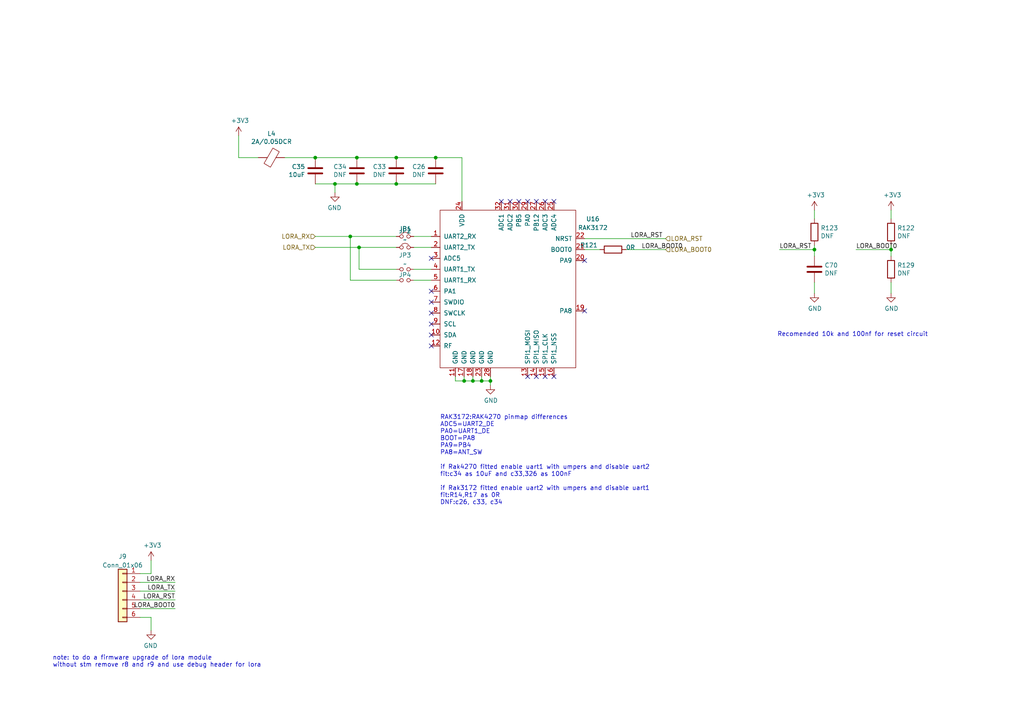
<source format=kicad_sch>
(kicad_sch (version 20211123) (generator eeschema)
  (paper "A4")
  (title_block (title "Open Smart Monitor") (date "2022-07-01") (rev "C") (company "Devtank LTD") (comment 1 "Part No: 304-010"))
  (lib_symbols
    (symbol "Connector:Conn_01x06" (pin_names (offset 1.016) hide)
      (property "Reference" "J" (at 0 7.62 0))
      (property "Value" "Conn_01x06" (at 0 -10.16 0))
      (symbol "Conn_01x06_1_1"
        (rectangle (start -1.27 -7.493) (end 0 -7.747) (stroke (width 0.1524)))
        (rectangle (start -1.27 -4.953) (end 0 -5.207) (stroke (width 0.1524)))
        (rectangle (start -1.27 -2.413) (end 0 -2.667) (stroke (width 0.1524)))
        (rectangle (start -1.27 0.127) (end 0 -0.127) (stroke (width 0.1524)))
        (rectangle (start -1.27 2.667) (end 0 2.413) (stroke (width 0.1524)))
        (rectangle (start -1.27 5.207) (end 0 4.953) (stroke (width 0.1524)))
        (rectangle (start -1.27 6.35) (end 1.27 -8.89) (stroke (width 0.254)) (fill (type background)))
        (pin passive line (at -5.08 5.08 0) (length 3.81) (name "Pin_1") (number "1"))
        (pin passive line (at -5.08 2.54 0) (length 3.81) (name "Pin_2") (number "2"))
        (pin passive line (at -5.08 0 0) (length 3.81) (name "Pin_3") (number "3"))
        (pin passive line (at -5.08 -2.54 0) (length 3.81) (name "Pin_4") (number "4"))
        (pin passive line (at -5.08 -5.08 0) (length 3.81) (name "Pin_5") (number "5"))
        (pin passive line (at -5.08 -7.62 0) (length 3.81) (name "Pin_6") (number "6"))
      )
    )
    (symbol "Devtank:RAK3172" (pin_names (offset 1.016))
      (property "Reference" "U" (at -24.765 25.4 0))
      (property "Value" "RAK3172" (at -20.955 23.495 0))
      (symbol "RAK3172_0_1"
        (rectangle (start -19.685 22.225) (end 19.685 -23.495))
      )
      (symbol "RAK3172_1_1"
        (pin input line (at -22.225 14.605 0) (length 2.54) (name "UART2_RX") (number "1"))
        (pin input line (at -22.225 -13.97 0) (length 2.54) (name "SDA") (number "10"))
        (pin input line (at -15.24 -26.035 90) (length 2.54) (name "GND") (number "11"))
        (pin input line (at -22.225 -17.145 0) (length 2.54) (name "RF") (number "12"))
        (pin input line (at 5.715 -26.035 90) (length 2.54) (name "SPI1_MOSI") (number "13"))
        (pin input line (at 8.255 -26.035 90) (length 2.54) (name "SPI1_MISO") (number "14"))
        (pin input line (at 10.795 -26.035 90) (length 2.54) (name "SPI1_CLK") (number "15"))
        (pin input line (at 13.335 -26.035 90) (length 2.54) (name "SPI1_NSS") (number "16"))
        (pin input line (at -12.7 -26.035 90) (length 2.54) (name "GND") (number "17"))
        (pin input line (at -10.16 -26.035 90) (length 2.54) (name "GND") (number "18"))
        (pin input line (at 22.225 -6.985 180) (length 2.54) (name "PA8") (number "19"))
        (pin input line (at -22.225 11.43 0) (length 2.54) (name "UART2_TX") (number "2"))
        (pin input line (at 22.225 7.62 180) (length 2.54) (name "PA9") (number "20"))
        (pin input line (at 22.225 10.795 180) (length 2.54) (name "BOOT0") (number "21"))
        (pin input line (at 22.225 13.97 180) (length 2.54) (name "NRST") (number "22"))
        (pin input line (at -7.62 -26.035 90) (length 2.54) (name "GND") (number "23"))
        (pin input line (at -13.335 24.765 270) (length 2.54) (name "VDD") (number "24"))
        (pin input line (at 13.335 24.765 270) (length 2.54) (name "ADC4") (number "25"))
        (pin input line (at 10.795 24.765 270) (length 2.54) (name "ADC3") (number "26"))
        (pin input line (at 8.255 24.765 270) (length 2.54) (name "PB12") (number "27"))
        (pin input line (at -5.08 -26.035 90) (length 2.54) (name "GND") (number "28"))
        (pin input line (at 5.715 24.765 270) (length 2.54) (name "PA0") (number "29"))
        (pin input line (at -22.225 8.255 0) (length 2.54) (name "ADC5") (number "3"))
        (pin input line (at 3.175 24.765 270) (length 2.54) (name "PB5") (number "30"))
        (pin input line (at 0.635 24.765 270) (length 2.54) (name "ADC2") (number "31"))
        (pin input line (at -1.905 24.765 270) (length 2.54) (name "ADC1") (number "32"))
        (pin input line (at -22.225 5.08 0) (length 2.54) (name "UART1_TX") (number "4"))
        (pin input line (at -22.225 1.905 0) (length 2.54) (name "UART1_RX") (number "5"))
        (pin input line (at -22.225 -1.27 0) (length 2.54) (name "PA1") (number "6"))
        (pin input line (at -22.225 -4.445 0) (length 2.54) (name "SWDIO") (number "7"))
        (pin input line (at -22.225 -7.62 0) (length 2.54) (name "SWCLK") (number "8"))
        (pin input line (at -22.225 -10.795 0) (length 2.54) (name "SCL") (number "9"))
      )
    )
    (symbol "OSM_env01:GND" (power) (pin_names (offset 0))
      (property "Value" "GND" (at 0 -3.81 0))
      (symbol "GND_0_1"
        (polyline (pts (xy 0 0) (xy 0 -1.27) (xy 1.27 -1.27) (xy 0 -2.54) (xy -1.27 -1.27) (xy 0 -1.27)))
      )
      (symbol "GND_1_1"
        (pin power_in line (at 0 0 270) (length 0) hide (name "GND") (number "1"))
      )
    )
    (symbol "device:C" (pin_numbers hide) (pin_names (offset 0.254))
      (property "Reference" "C" (at 0.635 2.54 0))
      (property "Value" "C" (at 0.635 -2.54 0))
      (symbol "C_0_1"
        (polyline (pts (xy -2.032 -0.762) (xy 2.032 -0.762)) (stroke (width 0.508)))
        (polyline (pts (xy -2.032 0.762) (xy 2.032 0.762)) (stroke (width 0.508)))
      )
      (symbol "C_1_1"
        (pin passive line (at 0 3.81 270) (length 2.794) (name "~") (number "1"))
        (pin passive line (at 0 -3.81 90) (length 2.794) (name "~") (number "2"))
      )
    )
    (symbol "device:Ferrite_Bead" (pin_numbers hide) (pin_names (offset 0))
      (property "Reference" "L" (at -3.81 0.635 90))
      (property "Value" "Ferrite_Bead" (at 3.81 0 90))
      (symbol "Ferrite_Bead_0_1"
        (polyline (pts (xy 0 -1.27) (xy 0 -1.2192)))
        (polyline (pts (xy 0 1.27) (xy 0 1.2954)))
        (polyline (pts (xy -2.7686 0.4064) (xy -1.7018 2.2606) (xy 2.7686 -0.3048) (xy 1.6764 -2.159) (xy -2.7686 0.4064)))
      )
      (symbol "Ferrite_Bead_1_1"
        (pin passive line (at 0 3.81 270) (length 2.54) (name "~") (number "1"))
        (pin passive line (at 0 -3.81 90) (length 2.54) (name "~") (number "2"))
      )
    )
    (symbol "device:Jumper_NC_Small" (pin_numbers hide) (pin_names (offset 0.762) hide)
      (property "Reference" "JP" (at 0 2.032 0))
      (property "Value" "Jumper_NC_Small" (at 0.254 -1.524 0))
      (symbol "Jumper_NC_Small_0_1"
        (circle (center -1.016 0) (radius 0.508))
        (circle (center 1.016 0) (radius 0.508))
        (arc (start 1.016 0.762) (mid 0 1.1828) (end -1.016 0.762))
        (pin passive line (at -2.54 0 0) (length 1.016) (name "1") (number "1"))
        (pin passive line (at 2.54 0 180) (length 1.016) (name "2") (number "2"))
      )
    )
    (symbol "device:Jumper_NO_Small" (pin_numbers hide) (pin_names (offset 0.762) hide)
      (property "Reference" "JP" (at 0 2.032 0))
      (property "Value" "Jumper_NO_Small" (at 0.254 -1.524 0))
      (symbol "Jumper_NO_Small_0_1"
        (circle (center -1.016 0) (radius 0.508))
        (circle (center 1.016 0) (radius 0.508))
        (pin passive line (at -2.54 0 0) (length 1.016) (name "1") (number "1"))
        (pin passive line (at 2.54 0 180) (length 1.016) (name "2") (number "2"))
      )
    )
    (symbol "device:R" (pin_numbers hide) (pin_names (offset 0))
      (property "Reference" "R" (at 2.032 0 90))
      (property "Value" "R" (at 0 0 90))
      (symbol "R_0_1"
        (rectangle (start -1.016 -2.54) (end 1.016 2.54) (stroke (width 0.254)))
      )
      (symbol "R_1_1"
        (pin passive line (at 0 3.81 270) (length 1.27) (name "~") (number "1"))
        (pin passive line (at 0 -3.81 90) (length 1.27) (name "~") (number "2"))
      )
    )
    (symbol "power:+3V3" (power) (pin_names (offset 0))
      (property "Value" "+3V3" (at 0 3.556 0))
      (symbol "+3V3_0_1"
        (polyline (pts (xy -0.762 1.27) (xy 0 2.54)))
        (polyline (pts (xy 0 0) (xy 0 2.54)))
        (polyline (pts (xy 0 2.54) (xy 0.762 1.27)))
      )
      (symbol "+3V3_1_1"
        (pin power_in line (at 0 0 90) (length 0) hide (name "+3V3") (number "1"))
      )
    )
    (symbol "power:GND" (power) (pin_names (offset 0))
      (property "Value" "GND" (at 0 -3.81 0))
      (symbol "GND_0_1"
        (polyline (pts (xy 0 0) (xy 0 -1.27) (xy 1.27 -1.27) (xy 0 -2.54) (xy -1.27 -1.27) (xy 0 -1.27)))
      )
      (symbol "GND_1_1"
        (pin power_in line (at 0 0 270) (length 0) hide (name "GND") (number "1"))
      )
    )
  )
  (junction (at 114.935 53.34))
  (junction (at 142.24 110.49))
  (junction (at 91.44 45.72))
  (junction (at 137.16 110.49))
  (junction (at 258.445 72.39))
  (junction (at 134.62 110.49))
  (junction (at 103.505 53.34))
  (junction (at 139.7 110.49))
  (junction (at 101.6 68.58))
  (junction (at 114.935 45.72))
  (junction (at 103.505 45.72))
  (junction (at 236.22 72.39))
  (junction (at 104.14 71.755))
  (junction (at 126.365 45.72))
  (junction (at 97.155 53.34))
  (no_connect (at 147.955 58.42))
  (no_connect (at 150.495 58.42))
  (no_connect (at 153.035 58.42))
  (no_connect (at 155.575 58.42))
  (no_connect (at 158.115 58.42))
  (no_connect (at 160.655 109.22))
  (no_connect (at 169.545 90.17))
  (no_connect (at 145.415 58.42))
  (no_connect (at 160.655 58.42))
  (no_connect (at 169.545 75.565))
  (no_connect (at 125.095 97.155))
  (no_connect (at 125.095 100.33))
  (no_connect (at 153.035 109.22))
  (no_connect (at 155.575 109.22))
  (no_connect (at 158.115 109.22))
  (no_connect (at 125.095 90.805))
  (no_connect (at 125.095 87.63))
  (no_connect (at 125.095 93.98))
  (no_connect (at 125.095 84.455))
  (no_connect (at 125.095 74.93))
  (wire (pts (xy 101.6 81.28) (xy 114.935 81.28)))
  (wire (pts (xy 43.815 166.37) (xy 43.815 162.56)))
  (wire (pts (xy 43.815 179.07) (xy 43.815 182.88)))
  (wire (pts (xy 69.215 39.37) (xy 69.215 45.72)))
  (wire (pts (xy 104.14 78.105) (xy 114.935 78.105)))
  (wire (pts (xy 126.365 45.72) (xy 133.985 45.72)))
  (wire (pts (xy 120.015 68.58) (xy 125.095 68.58)))
  (wire (pts (xy 104.14 71.755) (xy 104.14 78.105)))
  (wire (pts (xy 101.6 68.58) (xy 91.44 68.58)))
  (wire (pts (xy 120.015 81.28) (xy 125.095 81.28)))
  (wire (pts (xy 82.55 45.72) (xy 91.44 45.72)))
  (wire (pts (xy 50.8 173.99) (xy 40.64 173.99)))
  (wire (pts (xy 120.015 78.105) (xy 125.095 78.105)))
  (wire (pts (xy 181.61 72.39) (xy 193.04 72.39)))
  (wire (pts (xy 236.22 85.09) (xy 236.22 81.915)))
  (wire (pts (xy 114.935 45.72) (xy 103.505 45.72)))
  (wire (pts (xy 101.6 81.28) (xy 101.6 68.58)))
  (wire (pts (xy 40.64 168.91) (xy 50.8 168.91)))
  (wire (pts (xy 126.365 45.72) (xy 114.935 45.72)))
  (wire (pts (xy 133.985 58.42) (xy 133.985 45.72)))
  (wire (pts (xy 142.24 111.76) (xy 142.24 110.49)))
  (wire (pts (xy 104.14 71.755) (xy 114.935 71.755)))
  (wire (pts (xy 236.22 63.5) (xy 236.22 60.96)))
  (wire (pts (xy 126.365 53.34) (xy 114.935 53.34)))
  (wire (pts (xy 134.62 109.22) (xy 134.62 110.49)))
  (wire (pts (xy 114.935 53.34) (xy 103.505 53.34)))
  (wire (pts (xy 40.64 166.37) (xy 43.815 166.37)))
  (wire (pts (xy 137.16 109.22) (xy 137.16 110.49)))
  (wire (pts (xy 258.445 74.295) (xy 258.445 72.39)))
  (wire (pts (xy 139.7 110.49) (xy 139.7 109.22)))
  (wire (pts (xy 258.445 85.09) (xy 258.445 81.915)))
  (wire (pts (xy 142.24 110.49) (xy 139.7 110.49)))
  (wire (pts (xy 258.445 72.39) (xy 258.445 71.12)))
  (wire (pts (xy 132.08 110.49) (xy 132.08 109.22)))
  (wire (pts (xy 97.155 55.88) (xy 97.155 53.34)))
  (wire (pts (xy 40.64 176.53) (xy 50.8 176.53)))
  (wire (pts (xy 226.06 72.39) (xy 236.22 72.39)))
  (wire (pts (xy 40.64 171.45) (xy 50.8 171.45)))
  (wire (pts (xy 169.545 69.215) (xy 193.04 69.215)))
  (wire (pts (xy 169.545 72.39) (xy 173.99 72.39)))
  (wire (pts (xy 103.505 53.34) (xy 97.155 53.34)))
  (wire (pts (xy 248.285 72.39) (xy 258.445 72.39)))
  (wire (pts (xy 137.16 110.49) (xy 139.7 110.49)))
  (wire (pts (xy 258.445 63.5) (xy 258.445 60.96)))
  (wire (pts (xy 142.24 110.49) (xy 142.24 109.22)))
  (wire (pts (xy 101.6 68.58) (xy 114.935 68.58)))
  (wire (pts (xy 97.155 53.34) (xy 91.44 53.34)))
  (wire (pts (xy 134.62 110.49) (xy 137.16 110.49)))
  (wire (pts (xy 120.015 71.755) (xy 125.095 71.755)))
  (wire (pts (xy 134.62 110.49) (xy 132.08 110.49)))
  (wire (pts (xy 40.64 179.07) (xy 43.815 179.07)))
  (wire (pts (xy 236.22 74.295) (xy 236.22 72.39)))
  (wire (pts (xy 74.93 45.72) (xy 69.215 45.72)))
  (wire (pts (xy 236.22 72.39) (xy 236.22 71.12)))
  (wire (pts (xy 104.14 71.755) (xy 91.44 71.755)))
  (wire (pts (xy 91.44 45.72) (xy 103.505 45.72)))
  (text "note: to do a firmware upgrade of lora module\nwithout stm remove r8 and r9 and use debug header for lora" (at 15.24 193.675 0) (effects (font (size 1.27 1.27)) (justify left bottom)))
  (text "if Rak4270 fitted enable uart1 with umpers and disable uart2\nfit:c34 as 10uF and c33,326 as 100nF\n\nif Rak3172 fitted enable uart2 with umpers and disable uart1\nfit:R14,R17 as 0R\nDNF:c26, c33, c34 \n\n" (at 127.635 148.59 0) (effects (font (size 1.27 1.27)) (justify left bottom)))
  (text "RAK3172:RAK4270 pinmap differences\nADC5=UART2_DE\nPA0=UART1_DE\nBOOT=PA8\nPA9=PB4\nPA8=ANT_SW" (at 127.635 132.08 0) (effects (font (size 1.27 1.27)) (justify left bottom)))
  (text "Recomended 10k and 100nf for reset circuit" (at 225.425 97.79 0) (effects (font (size 1.27 1.27)) (justify left bottom)))
  (label "LORA_TX" (at 50.8 171.45 180))
  (label "LORA_RST" (at 226.06 72.39 0))
  (label "LORA_RX" (at 50.8 168.91 180))
  (label "LORA_RST" (at 182.88 69.215 0))
  (label "LORA_BOOT0" (at 186.055 72.39 0))
  (label "LORA_BOOT0" (at 248.285 72.39 0))
  (label "LORA_BOOT0" (at 50.8 176.53 180))
  (label "LORA_RST" (at 50.8 173.99 180))
  (hierarchical_label "LORA_RST" (shape input) (at 193.04 69.215 0))
  (hierarchical_label "LORA_RX" (shape input) (at 91.44 68.58 180))
  (hierarchical_label "LORA_BOOT0" (shape input) (at 193.04 72.39 0))
  (hierarchical_label "LORA_TX" (shape input) (at 91.44 71.755 180))
  (symbol (lib_id "device:R") (at 236.22 67.31 0) (unit 1)
    (property "Reference" "R123" (at 237.998 66.1416 0) (effects (justify left)))
    (property "Value" "DNF" (at 237.998 68.453 0) (effects (justify left)))
    (property "Footprint" "Resistor_SMD:R_0603_1608Metric" (effects hide))
  )
  (symbol (lib_id "device:C") (at 236.22 78.105 0) (unit 1)
    (property "Reference" "C70" (at 239.141 76.9366 0) (effects (justify left)))
    (property "Value" "DNF" (at 239.141 79.248 0) (effects (justify left)))
    (property "Footprint" "Capacitor_SMD:C_0402_1005Metric" (effects hide))
  )
  (symbol (lib_id "power:GND") (at 236.22 85.09 0) (unit 1)
    (property "Reference" "#PWR0129" (effects hide))
    (property "Value" "GND" (at 236.347 89.4842 0))
  )
  (symbol (lib_id "power:+3V3") (at 236.22 60.96 0) (unit 1)
    (property "Reference" "#PWR0130" (effects hide))
    (property "Value" "+3V3" (at 236.601 56.5658 0))
  )
  (symbol (lib_id "device:C") (at 126.365 49.53 0) (mirror y) (unit 1)
    (property "Reference" "C26" (at 123.444 48.3616 0) (effects (justify left)))
    (property "Value" "DNF" (at 123.444 50.673 0) (effects (justify left)))
    (property "Footprint" "Capacitor_SMD:C_0402_1005Metric" (effects hide))
  )
  (symbol (lib_id "device:C") (at 114.935 49.53 0) (mirror y) (unit 1)
    (property "Reference" "C33" (at 112.014 48.3616 0) (effects (justify left)))
    (property "Value" "DNF" (at 112.014 50.673 0) (effects (justify left)))
    (property "Footprint" "Capacitor_SMD:C_0402_1005Metric" (effects hide))
  )
  (symbol (lib_id "device:C") (at 103.505 49.53 0) (mirror y) (unit 1)
    (property "Reference" "C34" (at 100.584 48.3616 0) (effects (justify left)))
    (property "Value" "DNF" (at 100.584 50.673 0) (effects (justify left)))
    (property "Footprint" "Capacitor_SMD:C_0603_1608Metric" (effects hide))
  )
  (symbol (lib_id "device:C") (at 91.44 49.53 0) (mirror y) (unit 1)
    (property "Reference" "C35" (at 88.519 48.3616 0) (effects (justify left)))
    (property "Value" "10uF" (at 88.519 50.673 0) (effects (justify left)))
    (property "Footprint" "Capacitor_SMD:C_0603_1608Metric" (effects hide))
  )
  (symbol (lib_id "OSM_env01:GND") (at 97.155 55.88 0) (mirror y) (unit 1)
    (property "Reference" "#PWR052" (effects hide))
    (property "Value" "GND" (at 97.028 60.2742 0))
  )
  (symbol (lib_id "OSM_env01:GND") (at 142.24 111.76 0) (unit 1)
    (property "Reference" "#PWR051" (effects hide))
    (property "Value" "GND" (at 142.367 116.1542 0))
  )
  (symbol (lib_id "power:+3V3") (at 69.215 39.37 0) (unit 1)
    (property "Reference" "#PWR0135" (effects hide))
    (property "Value" "+3V3" (at 69.596 34.9758 0))
  )
  (symbol (lib_id "device:Ferrite_Bead") (at 78.74 45.72 270) (unit 1)
    (property "Reference" "L4" (at 78.74 38.7604 90))
    (property "Value" "2A/0.05DCR" (at 78.74 41.0718 90))
    (property "Footprint" "Inductor_SMD:L_0402_1005Metric" (effects hide))
  )
  (symbol (lib_id "device:Jumper_NO_Small") (at 117.475 78.105 0) (unit 1)
    (property "Reference" "JP3" (at 117.475 74.0242 0))
    (property "Value" "~" (at 117.475 76.5611 0))
  )
  (symbol (lib_id "device:Jumper_NO_Small") (at 117.475 81.28 0) (unit 1)
    (property "Reference" "JP4" (at 117.475 79.7362 0))
    (property "Value" "Jumper_NO_Small" (effects hide))
  )
  (symbol (lib_id "device:R") (at 258.445 78.105 0) (unit 1)
    (property "Reference" "R129" (at 260.223 76.9366 0) (effects (justify left)))
    (property "Value" "DNF" (at 260.223 79.248 0) (effects (justify left)))
    (property "Footprint" "Resistor_SMD:R_0603_1608Metric" (effects hide))
  )
  (symbol (lib_id "Devtank:RAK3172") (at 147.32 83.185 0) (unit 1)
    (property "Reference" "U16" (at 171.9527 63.5085 0))
    (property "Value" "RAK3172" (at 171.9527 66.0454 0))
  )
  (symbol (lib_id "device:R") (at 258.445 67.31 0) (unit 1)
    (property "Reference" "R122" (at 260.223 66.1416 0) (effects (justify left)))
    (property "Value" "DNF" (at 260.223 68.453 0) (effects (justify left)))
    (property "Footprint" "Resistor_SMD:R_0603_1608Metric" (effects hide))
  )
  (symbol (lib_id "device:Jumper_NC_Small") (at 117.475 68.58 0) (unit 1)
    (property "Reference" "JP1" (at 117.475 66.3614 0))
    (property "Value" "Jumper_NC_Small" (effects hide))
  )
  (symbol (lib_id "device:Jumper_NC_Small") (at 117.475 71.755 0) (unit 1)
    (property "Reference" "JP2" (at 117.475 66.9994 0))
    (property "Value" "~" (at 117.475 69.5363 0))
  )
  (symbol (lib_id "OSM_env01:GND") (at 43.815 182.88 0) (mirror y) (unit 1)
    (property "Reference" "#PWR098" (effects hide))
    (property "Value" "GND" (at 43.688 187.2742 0))
  )
  (symbol (lib_id "Connector:Conn_01x06") (at 35.56 171.45 0) (mirror y) (unit 1)
    (property "Reference" "J9" (at 35.56 161.4002 0))
    (property "Value" "Conn_01x06" (at 35.56 163.9371 0))
  )
  (symbol (lib_id "device:R") (at 177.8 72.39 90) (unit 1)
    (property "Reference" "R121" (at 170.815 71.12 90))
    (property "Value" "0R" (at 182.88 71.755 90))
  )
  (symbol (lib_id "power:GND") (at 258.445 85.09 0) (unit 1)
    (property "Reference" "#PWR0100" (effects hide))
    (property "Value" "GND" (at 258.572 89.4842 0))
  )
  (symbol (lib_id "power:+3V3") (at 258.445 60.96 0) (unit 1)
    (property "Reference" "#PWR099" (effects hide))
    (property "Value" "+3V3" (at 258.826 56.5658 0))
  )
  (symbol (lib_id "power:+3V3") (at 43.815 162.56 0) (unit 1)
    (property "Reference" "#PWR097" (effects hide))
    (property "Value" "+3V3" (at 44.196 158.1658 0))
  )
)
</source>
